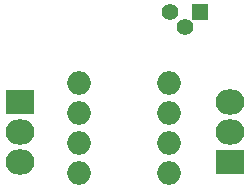
<source format=gts>
G04 #@! TF.GenerationSoftware,KiCad,Pcbnew,no-vcs-found-0e6723b~58~ubuntu16.10.1*
G04 #@! TF.CreationDate,2017-07-28T21:57:49+01:00*
G04 #@! TF.ProjectId,Discovery SLS controller,446973636F7665727920534C5320636F,rev?*
G04 #@! TF.FileFunction,Soldermask,Top*
G04 #@! TF.FilePolarity,Negative*
%FSLAX46Y46*%
G04 Gerber Fmt 4.6, Leading zero omitted, Abs format (unit mm)*
G04 Created by KiCad (PCBNEW no-vcs-found-0e6723b~58~ubuntu16.10.1) date Fri Jul 28 21:57:49 2017*
%MOMM*%
%LPD*%
G01*
G04 APERTURE LIST*
%ADD10C,0.100000*%
%ADD11R,1.400000X1.400000*%
%ADD12C,1.400000*%
%ADD13O,2.000000X2.000000*%
%ADD14R,2.432000X2.127200*%
%ADD15O,2.432000X2.127200*%
G04 APERTURE END LIST*
D10*
D11*
X167640000Y-105410000D03*
D12*
X165100000Y-105410000D03*
X166370000Y-106680000D03*
D13*
X157391100Y-111353600D03*
X157391100Y-113893600D03*
X157391100Y-116433600D03*
X157391100Y-118973600D03*
X165011100Y-118973600D03*
X165011100Y-116433600D03*
X165011100Y-113893600D03*
X165011100Y-111353600D03*
D14*
X152400000Y-113030000D03*
D15*
X152400000Y-115570000D03*
X152400000Y-118110000D03*
D14*
X170180000Y-118110000D03*
D15*
X170180000Y-115570000D03*
X170180000Y-113030000D03*
M02*

</source>
